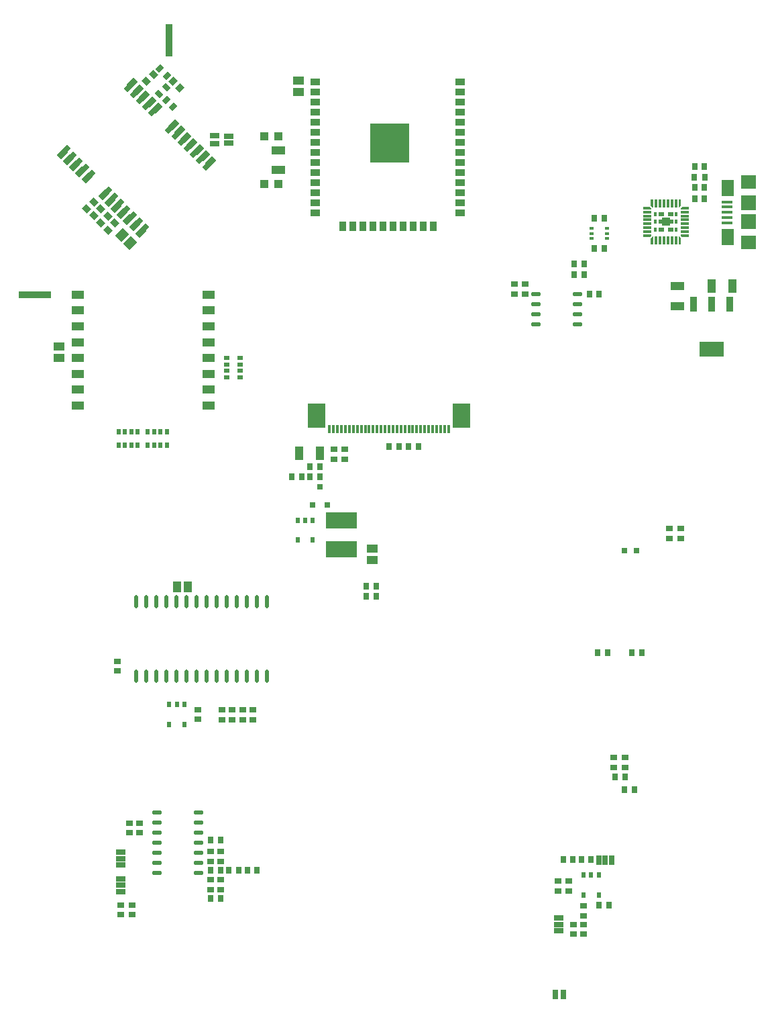
<source format=gtp>
G04*
G04 #@! TF.GenerationSoftware,Altium Limited,Altium Designer,18.0.11 (651)*
G04*
G04 Layer_Color=8421504*
%FSLAX25Y25*%
%MOIN*%
G70*
G01*
G75*
G04:AMPARAMS|DCode=24|XSize=47.24mil|YSize=31.5mil|CornerRadius=0mil|HoleSize=0mil|Usage=FLASHONLY|Rotation=45.000|XOffset=0mil|YOffset=0mil|HoleType=Round|Shape=Rectangle|*
%AMROTATEDRECTD24*
4,1,4,-0.00557,-0.02784,-0.02784,-0.00557,0.00557,0.02784,0.02784,0.00557,-0.00557,-0.02784,0.0*
%
%ADD24ROTATEDRECTD24*%

%ADD25R,0.01181X0.02362*%
%ADD26R,0.01673X0.02362*%
%ADD27R,0.05000X0.02500*%
%ADD28R,0.03347X0.02756*%
%ADD29R,0.03543X0.07677*%
%ADD30R,0.12402X0.07677*%
%ADD31R,0.03150X0.03150*%
%ADD32R,0.02756X0.03347*%
%ADD33R,0.02362X0.01378*%
%ADD34R,0.04331X0.06693*%
G04:AMPARAMS|DCode=35|XSize=35.43mil|YSize=157.48mil|CornerRadius=1.77mil|HoleSize=0mil|Usage=FLASHONLY|Rotation=270.000|XOffset=0mil|YOffset=0mil|HoleType=Round|Shape=RoundedRectangle|*
%AMROUNDEDRECTD35*
21,1,0.03543,0.15394,0,0,270.0*
21,1,0.03189,0.15748,0,0,270.0*
1,1,0.00354,-0.07697,-0.01595*
1,1,0.00354,-0.07697,0.01595*
1,1,0.00354,0.07697,0.01595*
1,1,0.00354,0.07697,-0.01595*
%
%ADD35ROUNDEDRECTD35*%
G04:AMPARAMS|DCode=36|XSize=35.43mil|YSize=157.48mil|CornerRadius=1.77mil|HoleSize=0mil|Usage=FLASHONLY|Rotation=180.000|XOffset=0mil|YOffset=0mil|HoleType=Round|Shape=RoundedRectangle|*
%AMROUNDEDRECTD36*
21,1,0.03543,0.15394,0,0,180.0*
21,1,0.03189,0.15748,0,0,180.0*
1,1,0.00354,-0.01595,0.07697*
1,1,0.00354,0.01595,0.07697*
1,1,0.00354,0.01595,-0.07697*
1,1,0.00354,-0.01595,-0.07697*
%
%ADD36ROUNDEDRECTD36*%
%ADD37R,0.19685X0.19685*%
%ADD38R,0.04724X0.03543*%
%ADD39R,0.03543X0.04724*%
%ADD40R,0.03543X0.03150*%
%ADD41R,0.05512X0.04331*%
%ADD42R,0.04331X0.04331*%
%ADD43R,0.07087X0.03937*%
%ADD44R,0.03150X0.03543*%
%ADD45R,0.06693X0.04331*%
%ADD46R,0.02165X0.03150*%
%ADD47O,0.04921X0.02165*%
%ADD48R,0.02677X0.03622*%
%ADD49R,0.05315X0.01575*%
%ADD50R,0.06299X0.08268*%
%ADD51R,0.07480X0.07087*%
%ADD52R,0.07480X0.07480*%
G04:AMPARAMS|DCode=53|XSize=55.12mil|YSize=43.31mil|CornerRadius=0mil|HoleSize=0mil|Usage=FLASHONLY|Rotation=225.000|XOffset=0mil|YOffset=0mil|HoleType=Round|Shape=Rectangle|*
%AMROTATEDRECTD53*
4,1,4,0.00418,0.03480,0.03480,0.00418,-0.00418,-0.03480,-0.03480,-0.00418,0.00418,0.03480,0.0*
%
%ADD53ROTATEDRECTD53*%

G04:AMPARAMS|DCode=54|XSize=35.43mil|YSize=31.5mil|CornerRadius=0mil|HoleSize=0mil|Usage=FLASHONLY|Rotation=225.000|XOffset=0mil|YOffset=0mil|HoleType=Round|Shape=Rectangle|*
%AMROTATEDRECTD54*
4,1,4,0.00139,0.02366,0.02366,0.00139,-0.00139,-0.02366,-0.02366,-0.00139,0.00139,0.02366,0.0*
%
%ADD54ROTATEDRECTD54*%

G04:AMPARAMS|DCode=55|XSize=34.65mil|YSize=30.32mil|CornerRadius=0mil|HoleSize=0mil|Usage=FLASHONLY|Rotation=135.000|XOffset=0mil|YOffset=0mil|HoleType=Round|Shape=Rectangle|*
%AMROTATEDRECTD55*
4,1,4,0.02297,-0.00153,0.00153,-0.02297,-0.02297,0.00153,-0.00153,0.02297,0.02297,-0.00153,0.0*
%
%ADD55ROTATEDRECTD55*%

G04:AMPARAMS|DCode=56|XSize=34.65mil|YSize=26.38mil|CornerRadius=0mil|HoleSize=0mil|Usage=FLASHONLY|Rotation=225.000|XOffset=0mil|YOffset=0mil|HoleType=Round|Shape=Rectangle|*
%AMROTATEDRECTD56*
4,1,4,0.00292,0.02158,0.02158,0.00292,-0.00292,-0.02158,-0.02158,-0.00292,0.00292,0.02158,0.0*
%
%ADD56ROTATEDRECTD56*%

G04:AMPARAMS|DCode=57|XSize=33.47mil|YSize=27.56mil|CornerRadius=0mil|HoleSize=0mil|Usage=FLASHONLY|Rotation=45.000|XOffset=0mil|YOffset=0mil|HoleType=Round|Shape=Rectangle|*
%AMROTATEDRECTD57*
4,1,4,-0.00209,-0.02158,-0.02158,-0.00209,0.00209,0.02158,0.02158,0.00209,-0.00209,-0.02158,0.0*
%
%ADD57ROTATEDRECTD57*%

G04:AMPARAMS|DCode=58|XSize=33.47mil|YSize=27.56mil|CornerRadius=0mil|HoleSize=0mil|Usage=FLASHONLY|Rotation=135.000|XOffset=0mil|YOffset=0mil|HoleType=Round|Shape=Rectangle|*
%AMROTATEDRECTD58*
4,1,4,0.02158,-0.00209,0.00209,-0.02158,-0.02158,0.00209,-0.00209,0.02158,0.02158,-0.00209,0.0*
%
%ADD58ROTATEDRECTD58*%

%ADD59R,0.02559X0.02953*%
%ADD60R,0.15748X0.07874*%
%ADD61O,0.02165X0.06496*%
%ADD62R,0.09055X0.12205*%
%ADD63R,0.01181X0.04331*%
%ADD64R,0.04331X0.05512*%
%ADD65R,0.05906X0.03937*%
G04:AMPARAMS|DCode=66|XSize=62.99mil|YSize=23.62mil|CornerRadius=0mil|HoleSize=0mil|Usage=FLASHONLY|Rotation=45.000|XOffset=0mil|YOffset=0mil|HoleType=Round|Shape=Rectangle|*
%AMROTATEDRECTD66*
4,1,4,-0.01392,-0.03062,-0.03062,-0.01392,0.01392,0.03062,0.03062,0.01392,-0.01392,-0.03062,0.0*
%
%ADD66ROTATEDRECTD66*%

%ADD67R,0.02500X0.05000*%
G04:AMPARAMS|DCode=68|XSize=35.43mil|YSize=31.5mil|CornerRadius=0mil|HoleSize=0mil|Usage=FLASHONLY|Rotation=135.000|XOffset=0mil|YOffset=0mil|HoleType=Round|Shape=Rectangle|*
%AMROTATEDRECTD68*
4,1,4,0.02366,-0.00139,0.00139,-0.02366,-0.02366,0.00139,-0.00139,0.02366,0.02366,-0.00139,0.0*
%
%ADD68ROTATEDRECTD68*%

%ADD69R,0.03150X0.01968*%
%ADD70R,0.01968X0.03150*%
%ADD71R,0.04134X0.04134*%
%ADD72R,0.03937X0.01181*%
%ADD73R,0.01181X0.03937*%
G36*
X130332Y156809D02*
Y156416D01*
X129544Y155629D01*
X126394D01*
Y156810D01*
X130332Y156809D01*
D02*
G37*
G36*
X131316Y151888D02*
X130135D01*
Y155038D01*
X130922Y155825D01*
X131316D01*
X131316Y151888D01*
D02*
G37*
G36*
X148835Y155629D02*
X145686D01*
X144898Y156416D01*
Y156809D01*
X148835Y156810D01*
Y155629D01*
D02*
G37*
G36*
X145095Y155038D02*
Y151888D01*
X143914D01*
X143914Y155825D01*
X144308D01*
X145095Y155038D01*
D02*
G37*
G36*
X131316Y170392D02*
X130922D01*
X130135Y171180D01*
X130142Y174329D01*
X131309D01*
X131316Y170392D01*
D02*
G37*
G36*
X130332Y169802D02*
Y169408D01*
X126394Y169408D01*
Y170589D01*
X129544D01*
X130332Y169802D01*
D02*
G37*
G36*
X145095Y171180D02*
X144308Y170392D01*
X143914D01*
X143914Y174329D01*
X145095D01*
Y171180D01*
D02*
G37*
G36*
X148835Y169408D02*
X144898Y169408D01*
Y169802D01*
X145686Y170589D01*
X148835D01*
Y169408D01*
D02*
G37*
D24*
X-132625Y167267D02*
D03*
X-123438Y158080D02*
D03*
X-126500Y161143D02*
D03*
X-129563Y164205D02*
D03*
X-135687Y170330D02*
D03*
X-138750Y173392D02*
D03*
X-141812Y176454D02*
D03*
X-150163Y184806D02*
D03*
X-153226Y187868D02*
D03*
X-156288Y190930D02*
D03*
X-159350Y193993D02*
D03*
X-162413Y197055D02*
D03*
X-127684Y231784D02*
D03*
X-124621Y228722D02*
D03*
X-121559Y225659D02*
D03*
X-118497Y222597D02*
D03*
X-115435Y219535D02*
D03*
X-107083Y211183D02*
D03*
X-104021Y208121D02*
D03*
X-100958Y205059D02*
D03*
X-97896Y201996D02*
D03*
X-94834Y198934D02*
D03*
X-91772Y195872D02*
D03*
X-88709Y192810D02*
D03*
D25*
X135843Y163109D02*
D03*
X135843Y159172D02*
D03*
X135843Y167046D02*
D03*
X139386Y163109D02*
D03*
X139387Y167046D02*
D03*
X139386Y159172D02*
D03*
X140568Y167046D02*
D03*
X140568Y159172D02*
D03*
Y163109D02*
D03*
X134662Y159172D02*
D03*
X134662Y167046D02*
D03*
X134662Y163109D02*
D03*
D26*
X142782Y159172D02*
D03*
X142782Y167046D02*
D03*
X142782Y163109D02*
D03*
X132448Y167046D02*
D03*
X132448Y159172D02*
D03*
X132448Y163109D02*
D03*
D27*
X-133248Y-149729D02*
D03*
Y-152929D02*
D03*
Y-156129D02*
D03*
X-133248Y-162972D02*
D03*
Y-166173D02*
D03*
Y-169372D02*
D03*
X84285Y-182441D02*
D03*
Y-185641D02*
D03*
Y-188841D02*
D03*
X-79711Y205731D02*
D03*
Y202187D02*
D03*
X-86544Y201959D02*
D03*
Y205959D02*
D03*
D28*
X-133307Y-180905D02*
D03*
Y-175984D02*
D03*
X-127655Y-175984D02*
D03*
Y-180905D02*
D03*
X144855Y5897D02*
D03*
Y10819D02*
D03*
X139359Y5897D02*
D03*
Y10819D02*
D03*
X-129149Y-140224D02*
D03*
Y-135302D02*
D03*
X-123936D02*
D03*
Y-140224D02*
D03*
X-72810Y-83925D02*
D03*
Y-79004D02*
D03*
X-77925Y-83925D02*
D03*
Y-79004D02*
D03*
X-83040Y-83925D02*
D03*
Y-79004D02*
D03*
X-67695Y-83925D02*
D03*
Y-79004D02*
D03*
X-134895Y-54946D02*
D03*
Y-59868D02*
D03*
X67518Y127360D02*
D03*
Y132282D02*
D03*
X62416D02*
D03*
Y127360D02*
D03*
X91746Y-185585D02*
D03*
Y-190506D02*
D03*
X96750Y-176403D02*
D03*
Y-181324D02*
D03*
X117170Y-107658D02*
D03*
Y-102736D02*
D03*
X83991Y-164192D02*
D03*
Y-169114D02*
D03*
X-88714Y-149459D02*
D03*
Y-154380D02*
D03*
X-83650Y-149459D02*
D03*
Y-154380D02*
D03*
X-88695Y-163417D02*
D03*
Y-168338D02*
D03*
X-22168Y45328D02*
D03*
Y50249D02*
D03*
D29*
X169277Y122252D02*
D03*
X160221D02*
D03*
X151166D02*
D03*
D30*
X160221Y100007D02*
D03*
D31*
X123150Y0D02*
D03*
X116850D02*
D03*
D32*
X106951Y149802D02*
D03*
X102029D02*
D03*
X106951Y164850D02*
D03*
X102029D02*
D03*
X96940Y137065D02*
D03*
X92019D02*
D03*
X-11228Y-22663D02*
D03*
X-6306D02*
D03*
X-11228Y-17595D02*
D03*
X-6306D02*
D03*
X96940Y142154D02*
D03*
X92019D02*
D03*
X103592Y-50741D02*
D03*
X108513D02*
D03*
X125716Y-50666D02*
D03*
X120795D02*
D03*
X121935Y-118609D02*
D03*
X117014D02*
D03*
X112331Y-112249D02*
D03*
X117253D02*
D03*
X86569Y-153537D02*
D03*
X91490D02*
D03*
X95509Y-153565D02*
D03*
X100430D02*
D03*
X-79569Y-158899D02*
D03*
X-74648D02*
D03*
X-88654Y-172896D02*
D03*
X-83733D02*
D03*
X-34315Y36481D02*
D03*
X-39236D02*
D03*
X-43473Y36478D02*
D03*
X-48395D02*
D03*
X5004Y51578D02*
D03*
X82D02*
D03*
D33*
X108329Y159883D02*
D03*
Y157324D02*
D03*
Y154765D02*
D03*
X100652D02*
D03*
Y157324D02*
D03*
Y159883D02*
D03*
D34*
X170542Y131193D02*
D03*
X160305D02*
D03*
X-44567Y48377D02*
D03*
X-34330D02*
D03*
D35*
X-176139Y127000D02*
D03*
D36*
X-109500Y253300D02*
D03*
D37*
X490Y202112D02*
D03*
D38*
X35376Y232560D02*
D03*
Y227560D02*
D03*
Y222560D02*
D03*
Y217560D02*
D03*
Y212560D02*
D03*
Y207560D02*
D03*
Y202560D02*
D03*
Y197560D02*
D03*
Y192560D02*
D03*
Y187560D02*
D03*
Y182560D02*
D03*
Y177560D02*
D03*
Y172560D02*
D03*
Y167560D02*
D03*
X-36624D02*
D03*
Y172560D02*
D03*
Y177560D02*
D03*
Y182560D02*
D03*
Y187560D02*
D03*
Y192560D02*
D03*
Y197560D02*
D03*
Y202560D02*
D03*
Y207560D02*
D03*
Y212560D02*
D03*
Y217560D02*
D03*
Y222560D02*
D03*
Y227560D02*
D03*
Y232560D02*
D03*
D39*
X21868Y161060D02*
D03*
X16868D02*
D03*
X11868D02*
D03*
X6868D02*
D03*
X1868D02*
D03*
X-3132D02*
D03*
X-8132D02*
D03*
X-13132D02*
D03*
X-18132D02*
D03*
X-23124D02*
D03*
D40*
X-95065Y-83859D02*
D03*
Y-78938D02*
D03*
X96804Y-185615D02*
D03*
Y-190536D02*
D03*
X111827Y-107616D02*
D03*
Y-102695D02*
D03*
X89491Y-164192D02*
D03*
Y-169114D02*
D03*
X-83631Y-163417D02*
D03*
Y-168338D02*
D03*
X-27206Y50256D02*
D03*
Y45335D02*
D03*
D41*
X-164107Y95687D02*
D03*
Y101198D02*
D03*
X-45143Y227671D02*
D03*
Y233183D02*
D03*
X-8197Y858D02*
D03*
Y-4654D02*
D03*
D42*
X-54942Y205502D02*
D03*
X-62029D02*
D03*
X-54942Y182039D02*
D03*
X-62028D02*
D03*
D43*
X-54840Y198626D02*
D03*
Y188784D02*
D03*
D44*
X99503Y127338D02*
D03*
X104424D02*
D03*
X151907Y174559D02*
D03*
X156828D02*
D03*
Y190470D02*
D03*
X151907D02*
D03*
X151907Y180325D02*
D03*
X156828D02*
D03*
X104366Y-176031D02*
D03*
X109287D02*
D03*
X-65527Y-158899D02*
D03*
X-70448D02*
D03*
X-83821Y-158898D02*
D03*
X-88742D02*
D03*
X-88687Y-143821D02*
D03*
X-83766D02*
D03*
X-34288Y41625D02*
D03*
X-39209D02*
D03*
X9829Y51578D02*
D03*
X14751D02*
D03*
D45*
X143384Y131404D02*
D03*
Y121168D02*
D03*
D46*
X-101744Y-86320D02*
D03*
X-109224D02*
D03*
Y-76477D02*
D03*
X-105484D02*
D03*
X-101744D02*
D03*
X104231Y-171172D02*
D03*
X96750D02*
D03*
Y-161133D02*
D03*
X100491D02*
D03*
X104231D02*
D03*
X-37980Y5154D02*
D03*
X-45461D02*
D03*
Y14997D02*
D03*
X-41721D02*
D03*
X-37980D02*
D03*
D47*
X-115352Y-130240D02*
D03*
Y-135240D02*
D03*
Y-140240D02*
D03*
Y-145240D02*
D03*
Y-150240D02*
D03*
Y-155240D02*
D03*
Y-160240D02*
D03*
X-94683Y-130240D02*
D03*
Y-135240D02*
D03*
Y-140240D02*
D03*
Y-145240D02*
D03*
Y-150240D02*
D03*
Y-155240D02*
D03*
Y-160240D02*
D03*
X93798Y112338D02*
D03*
Y117338D02*
D03*
Y122337D02*
D03*
Y127338D02*
D03*
X73129Y112338D02*
D03*
Y117338D02*
D03*
Y122337D02*
D03*
Y127338D02*
D03*
D48*
X156966Y185397D02*
D03*
X151769D02*
D03*
D49*
X167969Y172979D02*
D03*
Y162742D02*
D03*
Y165302D02*
D03*
Y170420D02*
D03*
Y167861D02*
D03*
D50*
X168461Y180066D02*
D03*
Y155656D02*
D03*
D51*
X178500Y152900D02*
D03*
Y182821D02*
D03*
D52*
Y163136D02*
D03*
Y172585D02*
D03*
D53*
X-132725Y156552D02*
D03*
X-128828Y152655D02*
D03*
D54*
X-107471Y232994D02*
D03*
X-103991Y229514D02*
D03*
D55*
X-150200Y169631D02*
D03*
X-146776Y173055D02*
D03*
X-146694Y166124D02*
D03*
X-143270Y169549D02*
D03*
X-143222Y162578D02*
D03*
X-139798Y166002D02*
D03*
X-139719Y159063D02*
D03*
X-136294Y162488D02*
D03*
D56*
X-110222Y235711D02*
D03*
X-113924Y239414D02*
D03*
D57*
X-107213Y220129D02*
D03*
X-110693Y223609D02*
D03*
D58*
X-110735Y229927D02*
D03*
X-114215Y226447D02*
D03*
D59*
X-34290Y31601D02*
D03*
X-30549Y22743D02*
D03*
X-38030D02*
D03*
D60*
X-23599Y459D02*
D03*
Y15026D02*
D03*
D61*
X-60605Y-25556D02*
D03*
X-65605D02*
D03*
X-70605D02*
D03*
X-75605D02*
D03*
X-80605D02*
D03*
X-85605D02*
D03*
X-90605D02*
D03*
X-95605D02*
D03*
X-100605D02*
D03*
X-105605D02*
D03*
X-110605D02*
D03*
X-115605D02*
D03*
X-120605D02*
D03*
X-125605D02*
D03*
X-60605Y-62367D02*
D03*
X-65605D02*
D03*
X-70605D02*
D03*
X-75605D02*
D03*
X-80605D02*
D03*
X-85605D02*
D03*
X-90605D02*
D03*
X-95605D02*
D03*
X-100605D02*
D03*
X-105605D02*
D03*
X-110605D02*
D03*
X-115605D02*
D03*
X-120605D02*
D03*
X-125605D02*
D03*
D62*
X-36024Y66929D02*
D03*
X36024D02*
D03*
D63*
X29528Y60236D02*
D03*
X27559D02*
D03*
X25591D02*
D03*
X23622D02*
D03*
X21654D02*
D03*
X19685D02*
D03*
X17717D02*
D03*
X15748D02*
D03*
X13780D02*
D03*
X11811D02*
D03*
X9843D02*
D03*
X7874D02*
D03*
X5906D02*
D03*
X3937D02*
D03*
X1969D02*
D03*
X0D02*
D03*
X-29528D02*
D03*
X-27559D02*
D03*
X-25591D02*
D03*
X-23622D02*
D03*
X-21654D02*
D03*
X-19685D02*
D03*
X-17717D02*
D03*
X-15748D02*
D03*
X-13780D02*
D03*
X-11811D02*
D03*
X-9843D02*
D03*
X-7874D02*
D03*
X-5906D02*
D03*
X-3937D02*
D03*
X-1968D02*
D03*
D64*
X-99892Y-18245D02*
D03*
X-105404D02*
D03*
D65*
X-154780Y127009D02*
D03*
Y119135D02*
D03*
Y111261D02*
D03*
Y103387D02*
D03*
Y95513D02*
D03*
Y87639D02*
D03*
Y79765D02*
D03*
Y71891D02*
D03*
X-89820Y127009D02*
D03*
Y119135D02*
D03*
Y111261D02*
D03*
Y103387D02*
D03*
Y95513D02*
D03*
Y87639D02*
D03*
Y79765D02*
D03*
Y71891D02*
D03*
D66*
X-122350Y159169D02*
D03*
X-125412Y162231D02*
D03*
X-128474Y165294D02*
D03*
X-131536Y168356D02*
D03*
X-134599Y171418D02*
D03*
X-137661Y174480D02*
D03*
X-140723Y177543D02*
D03*
X-149075Y185895D02*
D03*
X-152137Y188957D02*
D03*
X-155200Y192019D02*
D03*
X-158262Y195081D02*
D03*
X-161324Y198143D02*
D03*
X-128797Y230670D02*
D03*
X-125735Y227608D02*
D03*
X-122673Y224546D02*
D03*
X-119610Y221484D02*
D03*
X-116548Y218421D02*
D03*
X-108196Y210070D02*
D03*
X-105134Y207007D02*
D03*
X-102072Y203945D02*
D03*
X-99010Y200883D02*
D03*
X-95947Y197821D02*
D03*
X-92885Y194758D02*
D03*
X-89823Y191696D02*
D03*
D67*
X86569Y-220472D02*
D03*
X82569D02*
D03*
X110649Y-153759D02*
D03*
X107449D02*
D03*
X104249D02*
D03*
D68*
X-117149Y236284D02*
D03*
X-120629Y232804D02*
D03*
D69*
X-74107Y86040D02*
D03*
Y89189D02*
D03*
Y92339D02*
D03*
Y95489D02*
D03*
X-80800Y86040D02*
D03*
Y89189D02*
D03*
Y92339D02*
D03*
Y95489D02*
D03*
D70*
X-124950Y58988D02*
D03*
X-128099D02*
D03*
X-131249D02*
D03*
X-134399D02*
D03*
X-124950Y52296D02*
D03*
X-128099D02*
D03*
X-131249D02*
D03*
X-134399D02*
D03*
X-110392Y58988D02*
D03*
X-113542D02*
D03*
X-116691D02*
D03*
X-119841D02*
D03*
X-110392Y52296D02*
D03*
X-113542D02*
D03*
X-116691D02*
D03*
X-119841D02*
D03*
D71*
X137615Y163109D02*
D03*
D72*
X128363Y160156D02*
D03*
Y162125D02*
D03*
Y164093D02*
D03*
Y166062D02*
D03*
Y168030D02*
D03*
X146867D02*
D03*
Y166062D02*
D03*
Y164093D02*
D03*
Y162125D02*
D03*
Y160156D02*
D03*
Y158187D02*
D03*
X128363D02*
D03*
D73*
X132694Y172361D02*
D03*
X134662D02*
D03*
X136631D02*
D03*
X138599D02*
D03*
X140568D02*
D03*
X142536D02*
D03*
Y153857D02*
D03*
X140568D02*
D03*
X138599D02*
D03*
X136631D02*
D03*
X134662D02*
D03*
X132694D02*
D03*
M02*

</source>
